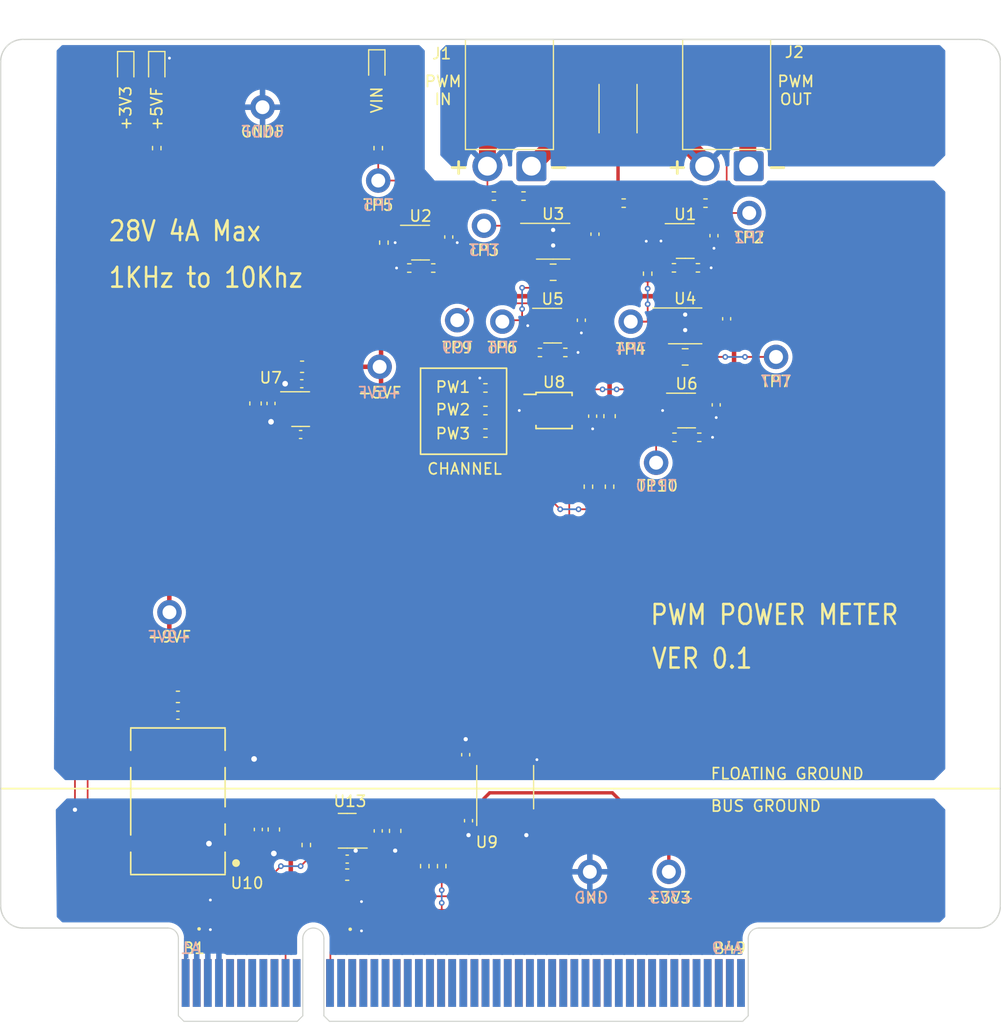
<source format=kicad_pcb>
(kicad_pcb (version 20221018) (generator pcbnew)
  (layers (0 "F.Cu" signal) (31 "B.Cu" signal) (34 "B.Paste" user) (35 "F.Paste" user) (36 "B.SilkS" user "B.Silkscreen") (37 "F.SilkS" user "F.Silkscreen") (38 "B.Mask" user) (39 "F.Mask" user) (44 "Edge.Cuts" user))
  (net 0 "")
  (net 1 "GND")
  (net 2 "+5V")
  (net 3 "+3V3")
  (net 4 "GNDF")
  (net 5 "Net-(U3-OUT)")
  (net 6 "+5VF")
  (net 7 "/9VF")
  (net 8 "Net-(U4-OUT)")
  (net 9 "Net-(U7-BP)")
  (net 10 "Net-(D1-A)")
  (net 11 "Net-(D2-K)")
  (net 12 "Net-(D3-A)")
  (net 14 "/PB7")
  (net 15 "/PB8")
  (net 19 "Net-(U8-AIN1)")
  (net 22 "Net-(U8-ADDR)")
  (net 24 "Net-(U8-AIN0)")
  (net 28 "Net-(U1--)")
  (net 29 "Net-(U1-+)")
  (net 32 "Net-(J2-Pin_1)")
  (net 112 "Net-(U2--)")
  (net 113 "Net-(U2-+)")
  (net 114 "Net-(R12-Pad2)")
  (net 115 "Net-(R11-Pad2)")
  (net 116 "Net-(U4-IN1)")
  (net 117 "Net-(U5--)")
  (net 118 "Net-(U6--)")
  (net 119 "Net-(U8-SCL)")
  (net 120 "Net-(U8-SDA)")
  (net 123 "unconnected-(U11-D2-Pad2)")
  (net 124 "unconnected-(U11-D3-Pad4)")
  (net 126 "unconnected-(U12-D3-Pad4)")
  (net 127 "unconnected-(U12-D4-Pad5)")
  (net 128 "/VIN+")
  (net 129 "Net-(J1-Pin_1)")
  (footprint "Resistor_SMD:R_0402_1005Metric" (layer "F.Cu") (at 26.67 -48.133 90)
    (fp_text reference "R22" hide)
    (fp_text value "1K8")
  )
  (footprint "Capacitor_SMD:C_0402_1005Metric" (layer "F.Cu") (at 12.192 -70.612 -90)
    (fp_text reference "C2" hide)
    (fp_text value "100n")
  )
  (footprint "Capacitor_SMD:C_0402_1005Metric" (layer "F.Cu") (at -4.953 -17.272 90)
    (fp_text reference "C20" hide)
    (fp_text value "100n")
  )
  (footprint "Resistor_SMD:R_0402_1005Metric" (layer "F.Cu") (at 10.795 -67.818)
    (fp_text reference "R7" hide)
    (fp_text value "50K")
  )
  (footprint "Package_TO_SOT_SMD:TSOT-23-6" (layer "F.Cu") (at 21.5435 -62.6305)
    (fp_text reference "U5")
    (fp_text value "OPA863SIDBVR")
  )
  (footprint "LED_SMD:LED_0603_1608Metric" (layer "F.Cu") (at 5.715 -85.979 -90)
    (fp_text reference "D2" hide)
    (fp_text value "RED")
  )
  (footprint "Resistor_SMD:R_0402_1005Metric" (layer "F.Cu") (at 30.099 -67.31 90)
    (fp_text reference "R12" hide)
    (fp_text value "0R")
  )
  (footprint "common:Test_Pad" (layer "F.Cu") (at 32.004 -13.462)
    (fp_text reference "TP12" hide)
    (fp_text value "TestPoint")
  )
  (footprint "heater:Converter_DCDC" (layer "F.Cu") (at -12.192 -19.812 180)
    (fp_text reference "U10")
    (fp_text value "B0509XT-1WR3")
  )
  (footprint "Capacitor_SMD:C_0402_1005Metric" (layer "F.Cu") (at 25.146 -54.483 -90)
    (fp_text reference "C13" hide)
    (fp_text value "100n")
  )
  (footprint "Package_TO_SOT_SMD:TSOT-23-6" (layer "F.Cu") (at 9.652 -70.104)
    (fp_text reference "U2")
    (fp_text value "OPA863SIDBVR")
  )
  (footprint "Package_TO_SOT_SMD:SOT-23-5" (layer "F.Cu") (at -1.143 -55.118)
    (fp_text reference "U7")
    (fp_text value "LP2985-5.0")
  )
  (footprint "Resistor_SMD:R_0402_1005Metric" (layer "F.Cu") (at 27.94 -73.66)
    (fp_text reference "R1" hide)
    (fp_text value "0R")
  )
  (footprint "Capacitor_SMD:C_0402_1005Metric" (layer "F.Cu") (at 24.13 -63.119 -90)
    (fp_text reference "C7" hide)
    (fp_text value "100n")
  )
  (footprint "Resistor_SMD:R_0402_1005Metric" (layer "F.Cu") (at 34.746 -52.578 180)
    (fp_text reference "R17" hide)
    (fp_text value "10K")
  )
  (footprint "Capacitor_SMD:C_0603_1608Metric" (layer "F.Cu") (at 26.67 -54.483 90)
    (fp_text reference "C12" hide)
    (fp_text value "10u")
  )
  (footprint "common:Test_Pad" (layer "F.Cu") (at 5.842 -75.692)
    (fp_text reference "TP5" hide)
    (fp_text value "TestPoint")
  )
  (footprint "Capacitor_SMD:C_0603_1608Metric" (layer "F.Cu") (at -1.016 -58.928)
    (fp_text reference "C9" hide)
    (fp_text value "10u")
  )
  (footprint "common:Test_Pad" (layer "F.Cu") (at 15.367 -71.628)
    (fp_text reference "TP3" hide)
    (fp_text value "TestPoint")
  )
  (footprint "common:Test_Pad" (layer "F.Cu") (at 17.018 -62.992)
    (fp_text reference "TP6" hide)
    (fp_text value "TestPoint")
  )
  (footprint "Package_TO_SOT_SMD:TSOT-23-6" (layer "F.Cu") (at 33.4815 -70.2505)
    (fp_text reference "U1")
    (fp_text value "OPA863SIDBVR")
  )
  (footprint "LED_SMD:LED_0603_1608Metric" (layer "F.Cu") (at -14.097 -85.8265 -90)
    (fp_text reference "D1" hide)
    (fp_text value "GRN")
  )
  (footprint "Capacitor_SMD:C_0402_1005Metric" (layer "F.Cu") (at 36.068 -70.7305 -90)
    (fp_text reference "C1" hide)
    (fp_text value "100n")
  )
  (footprint "Capacitor_SMD:C_0402_1005Metric" (layer "F.Cu") (at 37.211 -63.246 90)
    (fp_text reference "C4" hide)
    (fp_text value "100n")
  )
  (footprint "Capacitor_SMD:C_0603_1608Metric" (layer "F.Cu") (at 3.048 -13.208 180)
    (fp_text reference "C25" hide)
    (fp_text value "10u")
  )
  (footprint "Resistor_SMD:R_0402_1005Metric" (layer "F.Cu") (at 20.4005 -60.2175 180)
    (fp_text reference "R14" hide)
    (fp_text value "30K")
  )
  (footprint "Capacitor_SMD:C_0402_1005Metric" (layer "F.Cu") (at 36.27 -55.499 -90)
    (fp_text reference "C8" hide)
    (fp_text value "100n")
  )
  (footprint "Package_SO:MSOP-8_3x3mm_P0.65mm" (layer "F.Cu") (at 33.476 -62.611)
    (fp_text reference "U4")
    (fp_text value "LTC1968")
  )
  (footprint "Capacitor_SMD:C_0805_2012Metric" (layer "F.Cu") (at 33.476 -59.817)
    (fp_text reference "C6" hide)
    (fp_text value "2u2")
  )
  (footprint "common:PCIE_98_CARD" (layer "F.Cu") (at 0 0)
    (fp_text reference "J3" hide)
    (fp_text value "pcie_98")
    (fp_line (start -28.15 -10.4) (end -28.15 -86.4) (stroke (width 0.12)) (layer "Edge.Cuts"))
    (fp_line (start -26.15 -88.4) (end 59.85 -88.4) (stroke (width 0.12)) (layer "Edge.Cuts"))
    (fp_line (start -13.1 -8.4) (end -26.15 -8.4) (stroke (width 0.12)) (layer "Edge.Cuts"))
    (fp_line (start -12.15 -7.45) (end -12.15 -0.5) (stroke (width 0.1)) (layer "Edge.Cuts"))
    (fp_line (start -12.15 -0.5) (end -11.65 0) (stroke (width 0.1)) (layer "Edge.Cuts"))
    (fp_line (start -11.65 0) (end -1.45 0) (stroke (width 0.1)) (layer "Edge.Cuts"))
    (fp_line (start -0.95 -7.45) (end -0.95 -0.5) (stroke (width 0.1)) (layer "Edge.Cuts"))
    (fp_line (start -0.95 -0.5) (end -1.45 0) (stroke (width 0.1)) (layer "Edge.Cuts"))
    (fp_line (start 0.95 -7.45) (end 0.95 -0.5) (stroke (width 0.1)) (layer "Edge.Cuts"))
    (fp_line (start 0.95 -0.5) (end 1.45 0) (stroke (width 0.1)) (layer "Edge.Cuts"))
    (fp_line (start 1.45 0) (end 38.65 0) (stroke (width 0.1)) (layer "Edge.Cuts"))
    (fp_line (start 39.15 -7.45) (end 39.15 -0.5) (stroke (width 0.1)) (layer "Edge.Cuts"))
    (fp_line (start 39.15 -0.5) (end 38.65 0) (stroke (width 0.1)) (layer "Edge.Cuts"))
    (fp_line (start 59.85 -8.4) (end 40.1 -8.4) (stroke (width 0.12)) (layer "Edge.Cuts"))
    (fp_line (start 61.85 -86.4) (end 61.85 -10.4) (stroke (width 0.12)) (layer "Edge.Cuts"))
    (fp_arc (start -28.15 -86.4) (mid -27.564214 -87.814214) (end -26.15 -88.4) (stroke (width 0.12)) (layer "Edge.Cuts"))
    (fp_arc (start -26.15 -8.4) (mid -27.564214 -8.985786) (end -28.15 -10.4) (stroke (width 0.12)) (layer "Edge.Cuts"))
    (fp_arc (start -13.1 -8.4) (mid -12.428248 -8.121752) (end -12.15 -7.45) (stroke (width 0.1)) (layer "Edge.Cuts"))
    (fp_arc (start -0.95 -7.45) (mid 0 -8.4) (end 0.95 -7.45) (stroke (width 0.1)) (layer "Edge.Cuts"))
    (fp_arc (start 39.15 -7.45) (mid 39.428248 -8.121752) (end 40.1 -8.4) (stroke (width 0.1)) (layer "Edge.Cuts"))
    (fp_arc (start 59.85 -88.4) (mid 61.264214 -87.814214) (end 61.85 -86.4) (stroke (width 0.12)) (layer "Edge.Cuts"))
    (fp_arc (start 61.85 -10.4) (mid 61.264214 -8.985786) (end 59.85 -8.4) (stroke (width 0.12)) (layer "Edge.Cuts"))
  )
  (footprint "common:Test_Pad" (layer "F.Cu") (at 24.892 -13.462)
    (fp_text reference "TP13" hide)
    (fp_text value "TestPoint")
  )
  (footprint "Capacitor_SMD:C_0603_1608Metric" (layer "F.Cu") (at -12.192 -29.21 180)
    (fp_text reference "C16" hide)
    (fp_text value "10u 16V")
  )
  (footprint "Resistor_SMD:R_0402_1005Metric" (layer "F.Cu") (at 22.6865 -60.2175 180)
    (fp_text reference "R15" hide)
    (fp_text value "10K")
  )
  (footprint "Capacitor_SMD:C_0402_1005Metric" (layer "F.Cu") (at -1.143 -52.832)
    (fp_text reference "C11" hide)
    (fp_text value "10n")
  )
  (footprint "Resistor_SMD:R_0402_1005Metric" (layer "F.Cu") (at 34.6225 -67.8375 180)
    (fp_text reference "R10" hide)
    (fp_text value "1K")
  )
  (footprint "Resistor_SMD:R_0402_1005Metric" (layer "F.Cu") (at -14.097 -78.613 90)
    (fp_text reference "R5" hide)
    (fp_text value "5K1")
  )
  (footprint "Resistor_SMD:R_0402_1005Metric" (layer "F.Cu") (at 32.512 -52.578 180)
    (fp_text reference "R16" hide)
    (fp_text value "30K")
  )
  (footprint "common:Test_Pad" (layer "F.Cu") (at 30.861 -50.292)
    (fp_text reference "TP10" hide)
    (fp_text value "TestPoint")
  )
  (footprint "Resistor_SMD:R_2512_6332Metric" (layer "F.Cu") (at 27.432 -82.169 90)
    (fp_text reference "R2" hide)
    (fp_text value "0R025 50ppm")
  )
  (footprint "Capacitor_SMD:C_0402_1005Metric" (layer "F.Cu") (at 13.716 -24.003 90)
    (fp_text reference "C18" hide)
    (fp_text value "100n")
  )
  (footprint "Package_SO:TSSOP-10_3x3mm_P0.5mm" (layer "F.Cu") (at 21.6705 -54.991)
    (fp_text reference "U8")
    (fp_text value "ADS1115IDGS")
  )
  (footprint "Package_SO:MSOP-8_3x3mm_P0.65mm" (layer "F.Cu") (at 21.59 -70.231)
    (fp_text reference "U3")
    (fp_text value "LTC1968")
  )
  (footprint "Resistor_SMD:R_0402_1005Metric" (layer "F.Cu") (at 6.35 -70.106 90)
    (fp_text reference "R11" hide)
    (fp_text value "1M")
  )
  (footprint "Resistor_SMD:R_0402_1005Metric" (layer "F.Cu") (at -0.635 -15.875 -90)
    (fp_text reference "R25" hide)
    (fp_text value "3K3")
  )
  (footprint "Resistor_SMD:R_0402_1005Metric" (layer "F.Cu") (at 16.256 -74.295 180)
    (fp_text reference "R3" hide)
    (fp_text value "100k")
  )
  (footprint "Resistor_SMD:R_0402_1005Metric" (layer "F.Cu") (at 35.306 -73.66 180)
    (fp_text reference "R6" hide)
    (fp_text value "10K")
  )
  (footprint "Capacitor_SMD:C_0402_1005Metric" (layer "F.Cu") (at 25.3535 -70.866 90)
    (fp_text reference "C3" hide)
    (fp_text value "100n")
  )
  (footprint "Resistor_SMD:R_0402_1005Metric" (layer "F.Cu") (at 32.4635 -67.8375)
    (fp_text reference "R9" hide)
    (fp_text value "10K")
  )
  (footprint "LED_SMD:LED_0603_1608Metric" (layer "F.Cu") (at -16.891 -85.8265 -90)
    (fp_text reference "D3" hide)
    (fp_text value "GRN")
  )
  (footprint "common:Diodes_UDFN-10_1.0x2.5mm_P0.5mm" (layer "F.Cu") (at 4.334 -9.508 90)
    (fp_text reference "U11" hide)
    (fp_text value "ESD5344D-TP")
  )
  (footprint "common:Test_Pad" (layer "F.Cu") (at 28.575 -62.992)
    (fp_text reference "TP4" hide)
    (fp_text value "TestPoint")
  )
  (footprint "Capacitor_SMD:C_0402_1005Metric" (layer "F.Cu") (at -3.81 -55.626 90)
    (fp_text reference "C14" hide)
    (fp_text value "100n 16V")
  )
  (footprint "Capacitor_SMD:C_0402_1005Metric" (layer "F.Cu") (at 3.048 -14.605 180)
    (fp_text reference "C24" hide)
    (fp_text value "100n")
  )
  (footprint "common:Test_Pad" (layer "F.Cu") (at 39.243 -72.771)
    (fp_text reference "TP2" hide)
    (fp_text value "TestPoint")
  )
  (footprint "Resistor_SMD:R_0402_1005Metric" (layer "F.Cu") (at 24.765 -48.133 90)
    (fp_text reference "R21" hide)
    (fp_text value "1K8")
  )
  (footprint "Resistor_SMD:R_0402_1005Metric" (layer "F.Cu") (at 15.494 -54.991 180)
    (fp_text reference "R20" hide)
    (fp_text value "0R")
  )
  (footprint "Capacitor_SMD:C_0402_1005Metric" (layer "F.Cu") (at 13.97 -18.062 90)
    (fp_text reference "C19" hide)
    (fp_text value "100n")
  )
  (footprint "Resistor_SMD:R_0402_1005Metric" (layer "F.Cu") (at 11.557 -13.972 90)
    (fp_text reference "R24" hide)
    (fp_text value "1K8")
  )
  (footprint "Capacitor_SMD:C_0402_1005Metric" (layer "F.Cu") (at -1.044 -57.404)
    (fp_text reference "C10" hide)
    (fp_text value "100n")
  )
  (footprint "Capacitor_SMD:C_0603_1608Metric" (layer "F.Cu") (at -3.556 -17.272 90)
    (fp_text reference "C22" hide)
    (fp_text value "10u")
  )
  (footprint "common:Test_Pad" (layer "F.Cu") (at -4.572 -82.296)
    (fp_text reference "TP1" hide)
    (fp_text value "TestPoint")
  )
  (footprint "heater:SOT-23-3" (layer "F.Cu") (at 3.048 -17.158 180)
    (fp_text reference "U13")
    (fp_text value "XC6206P332MR")
  )
  (footprint "Capacitor_SMD:C_0402_1005Metric" (layer "F.Cu") (at 5.842 -17.145 90)
    (fp_text reference "C23" hide)
    (fp_text value "100n")
  )
  (footprint "Resistor_SMD:R_0402_1005Metric" (layer "F.Cu") (at 10.033 -13.972 90)
    (fp_text reference "R23" hide)
    (fp_text value "1K8")
  )
  (footprint "common:Diodes_UDFN-10_1.0x2.5mm_P0.5mm" (layer "F.Cu") (at -9.271 -9.542 90)
    (fp_text reference "U12" hide)
    (fp_text value "ESD5344D-TP")
  )
  (footprint "Package_TO_SOT_SMD:TSOT-23-6" (layer "F.Cu") (at 33.603 -54.991)
    (fp_text reference "U6")
    (fp_text value "OPA863SIDBVR")
  )
  (footprint "heater:JST_VH_2_CHINESE" (layer "F.Cu") (at 17.653 -76.987 180)
    (fp_text reference "J1")
    (fp_text value "Conn_01x02_Pin")
  )
  (footprint "Capacitor_SMD:C_0603_1608Metric" (layer "F.Cu") (at 7.366 -17.145 90)
    (fp_text reference "C21" hide)
    (fp_text value "10u")
  )
  (footprint "Resistor_SMD:R_0402_1005Metric" (layer "F.Cu") (at 15.494 -57.023 180)
    (fp_text reference "R19" hide)
    (fp_text value "0R")
  )
  (footprint "Resistor_SMD:R_0402_1005Metric" (layer "F.Cu") (at 5.842 -78.613 90)
    (fp_text reference "R13" hide)
    (fp_text value "5K1")
  )
  (footprint "common:Test_Pad" (layer "F.Cu") (at 5.969 -58.928)
    (fp_text reference "TP8" hide)
    (fp_text value "TestPoint")
  )
  (footprint "common:Test_Pad" (layer "F.Cu") (at 12.954 -63.119)
    (fp_text reference "TP9" hide)
    (fp_text value "TestPoint")
  )
  (footprint "common:Test_Pad" (layer "F.Cu") (at -12.954 -36.83)
    (fp_text reference "TP11" hide)
    (fp_text value "TestPoint")
  )
  (footprint "Resistor_SMD:R_0402_1005Metric" (layer "F.Cu") (at 15.494 -52.959 180)
    (fp_text reference "R18" hide)
    (fp_text value "0R")
  )
  (footprint "common:Test_Pad" (layer "F.Cu") (at 41.656 -59.817)
    (fp_text reference "TP7" hide)
    (fp_text value "TestPoint")
  )
  (footprint "Resistor_SMD:R_0402_1005Metric" (layer "F.Cu") (at 8.636 -67.818)
    (fp_text reference "R8" hide)
    (fp_text value "2K")
  )
  (footprint "heater:JST_VH_2_CHINESE" (layer "F.Cu") (at 37.211 -76.987 180)
    (fp_text reference "J2")
    (fp_text value "Conn_01x02_Pin")
  )
  (footprint "Capacitor_SMD:C_0402_1005Metric" (layer "F.Cu") (at -12.192 -27.559 180)
    (fp_text reference "C17" hide)
    (fp_text value "100n 16V")
  )
  (footprint "Capacitor_SMD:C_0805_2012Metric" (layer "F.Cu") (at 21.59 -67.437)
    (fp_text reference "C5" hide)
    (fp_text value "2u2")
  )
  (footprint "Package_SO:SOIC-8_3.9x4.9mm_P1.27mm" (layer "F.Cu") (at 17.272 -21.082 90)
    (fp_text reference "U9")
    (fp_text value "ISO1541")
  )
  (footprint "Capacitor_SMD:C_0603_1608Metric" (layer "F.Cu") (at -5.207 -55.626 90)
    (fp_text reference "C15" hide)
    (fp_text value "10u 16V")
  )
  (footprint "Resistor_SMD:R_0402_1005Metric" (layer "F.Cu") (at 18.923 -74.295)
    (fp_text reference "R4" hide)
    (fp_text value "3K3")
  )
  (gr_line (start -28.067 -20.955) (end 61.85 -20.955) (stroke (width 0.15)) (layer "F.SilkS"))
  (gr_rect (start 9.652 -58.801) (end 17.399 -51.054) (stroke (width 0.15)) (fill none) (layer "F.SilkS"))
  (gr_text "GNDF" (at -4.572 -79.502) (layer "B.SilkS") (effects (font (size 1 1)) (justify bottom mirror)))
  (gr_text "TP3" (at 15.367 -68.834) (layer "B.SilkS") (effects (font (size 1 1)) (justify bottom mirror)))
  (gr_text "+9VF" (at -12.954 -34.036) (layer "B.SilkS") (effects (font (size 1 1)) (justify bottom mirror)))
  (gr_text "+5VF" (at 5.969 -56.007) (layer "B.SilkS") (effects (font (size 1 1)) (justify bottom mirror)))
  (gr_text "GND" (at 25.019 -10.541) (layer "B.SilkS") (effects (font (size 1 1)) (justify bottom mirror)))
  (gr_text "TP4" (at 28.575 -59.944) (layer "B.SilkS") (effects (font (size 1 1)) (justify bottom mirror)))
  (gr_text "TP5" (at 5.842 -72.898) (layer "B.SilkS") (effects (font (size 1 1)) (justify bottom mirror)))
  (gr_text "TP7" (at 41.656 -57.023) (layer "B.SilkS") (effects (font (size 1 1)) (justify bottom mirror)))
  (gr_text "TO9" (at 12.954 -60.071) (layer "B.SilkS") (effects (font (size 1 1)) (justify bottom mirror)))
  (gr_text "TP10" (at 30.861 -47.625) (layer "B.SilkS") (effects (font (size 1 1)) (justify bottom mirror)))
  (gr_text "TP2" (at 39.243 -69.977) (layer "B.SilkS") (effects (font (size 1 1)) (justify bottom mirror)))
  (gr_text "+3V3" (at 32.258 -10.541) (layer "B.SilkS") (effects (font (size 1 1)) (justify bottom mirror)))
  (gr_text "TP6" (at 17.018 -60.071) (layer "B.SilkS") (effects (font (size 1 1)) (justify bottom mirror)))
  (gr_text "TP6" (at 17.018 -60.071) (layer "F.SilkS") (effects (font (size 1 1)) (justify bottom)))
  (gr_text "+" (at 32.766 -76.962) (layer "F.SilkS") (effects (font (size 1.4 1.5) (thickness 0.25) bold)))
  (gr_text "TP4" (at 28.575 -59.944) (layer "F.SilkS") (effects (font (size 1 1)) (justify bottom)))
  (gr_text "+" (at 13.081 -76.962) (layer "F.SilkS") (effects (font (size 1.4 1.5) (thickness 0.25) bold)))
  (gr_text "-" (at 41.783 -76.962) (layer "F.SilkS") (effects (font (size 1.4 1.5) (thickness 0.25) bold)))
  (gr_text "GND" (at 25.019 -10.541) (layer "F.SilkS") (effects (font (size 1 1)) (justify bottom)))
  (gr_text "PW1" (at 10.922 -56.515) (layer "F.SilkS") (effects (font (size 1 1)) (justify left bottom)))
  (gr_text "+5VF" (at 5.969 -56.007) (layer "F.SilkS") (effects (font (size 1 1)) (justify bottom)))
  (gr_text "TP3" (at 15.367 -68.834) (layer "F.SilkS") (effects (font (size 1 1)) (justify bottom)))
  (gr_text "PWM\nOUT" (at 43.434 -82.423) (layer "F.SilkS") (effects (font (size 1 1)) (justify bottom)))
  (gr_text "TP5" (at 5.842 -72.898) (layer "F.SilkS") (effects (font (size 1 1)) (justify bottom)))
  (gr_text "+3V3" (at -16.891 -80.1115 90) (layer "F.SilkS") (effects (font (size 1 1)) (justify left)))
  (gr_text "+3V3" (at 32.004 -10.541) (layer "F.SilkS") (effects (font (size 1 1)) (justify bottom)))
  (gr_text "TP7" (at 41.656 -57.023) (layer "F.SilkS") (effects (font (size 1 1)) (justify bottom)))
  (gr_text "VER 0.1" (at 30.353 -31.623) (layer "F.SilkS") (effects (font (size 1.778 1.524) (thickness 0.2286)) (justify left bottom)))
  (gr_text "+9VF" (at -12.954 -34.036) (layer "F.SilkS") (effects (font (size 1 1)) (justify bottom)))
  (gr_text "PWM POWER METER" (at 30.226 -35.56) (layer "F.SilkS") (effects (font (size 1.778 1.524) (thickness 0.2286)) (justify left bottom)))
  (gr_text "VIN" (at 5.715 -81.661 90) (layer "F.SilkS") (effects (font (size 1 1)) (justify left)))
  (gr_text "28V 4A Max" (at -18.542 -70.104) (layer "F.SilkS") (effects (font (size 1.778 1.524) (thickness 0.2286)) (justify left bottom)))
  (gr_text "PWM\nIN" (at 11.684 -82.423) (layer "F.SilkS") (effects (font (size 1 1)) (justify bottom)))
  (gr_text "+5VF" (at -14.097 -80.1115 90) (layer "F.SilkS") (effects (font (size 1 1)) (justify left)))
  (gr_text "PW2" (at 10.922 -54.483) (layer "F.SilkS") (effects (font (size 1 1)) (justify left bottom)))
  (gr_text "FLOATING GROUND" (at 35.687 -21.717) (layer "F.SilkS") (effects (font (size 1 1)) (justify left bottom)))
  (gr_text "BUS GROUND" (at 35.687 -18.796) (layer "F.SilkS") (effects (font (size 1 1)) (justify left bottom)))
  (gr_text "TP10" (at 30.988 -47.625) (layer "F.SilkS") (effects (font (size 1 1)) (justify bottom)))
  (gr_text "TP2" (at 39.243 -69.977) (layer "F.SilkS") (effects (font (size 1 1)) (justify bottom)))
  (gr_text "CHANNEL" (at 10.16 -49.149) (layer "F.SilkS") (effects (font (size 1 1)) (justify left bottom)))
  (gr_text "PW3" (at 10.922 -52.324) (layer "F.SilkS") (effects (font (size 1 1)) (justify left bottom)))
  (gr_text "GNDF" (at -4.572 -79.502) (layer "F.SilkS") (effects (font (size 1 1)) (justify bottom)))
  (gr_text "TP9" (at 12.954 -60.071) (layer "F.SilkS") (effects (font (size 1 1)) (justify bottom)))
  (gr_text "-" (at 22.098 -76.962) (layer "F.SilkS") (effects (font (size 1.4 1.5) (thickness 0.25) bold)))
  (gr_text "1KHz to 10Khz" (at -18.542 -65.913) (layer "F.SilkS") (effects (font (size 1.778 1.524) (thickness 0.2286)) (justify left bottom)))
  (segment (start 4.334 -9.508) (end 4.334 -8.144) (width 0.1524) (layer "F.Cu") (net 1))
  (segment (start -9.271 -9.542) (end -9.271 -8.382) (width 0.1524) (layer "F.Cu") (net 1))
  (segment (start 5.385 -16.208) (end 5.842 -16.665) (width 0.4064) (layer "F.Cu") (net 1))
  (segment (start -7.015 -16.129) (end -7.142 -16.002) (width 0.4064) (layer "F.Cu") (net 1))
  (segment (start -9.271 -9.542) (end -9.271 -10.795) (width 0.1524) (layer "F.Cu") (net 1))
  (segment (start -3.556 -16.497) (end -5.474 -16.497) (width 0.4064) (layer "F.Cu") (net 1))
  (segment (start -9.271 -8.382) (end -9.144 -8.255) (width 0.1524) (layer "F.Cu") (net 1))
  (segment (start 4.334 -9.508) (end 4.334 -10.779) (width 0.1524) (layer "F.Cu") (net 1))
  (segment (start 3.823 -13.208) (end 3.823 -16.129) (width 0.4064) (layer "F.Cu") (net 1))
  (segment (start -21.463 -82.042) (end -21.463 -19.05) (width 0.1524) (layer "F.Cu") (net 1))
  (segment (start -7.142 -16.002) (end -7.112 -16.002) (width 0.1524) (layer "F.Cu") (net 1))
  (segment (start -9.398 -16.002) (end -7.142 -16.002) (width 0.4064) (layer "F.Cu") (net 1))
  (segment (start -4.981 -16.764) (end -4.953 -16.792) (width 0.4064) (layer "F.Cu") (net 1))
  (segment (start -5.842 -16.129) (end -7.015 -16.129) (width 0.4064) (layer "F.Cu") (net 1))
  (segment (start -9.271 -10.795) (end -9.144 -10.922) (width 0.1524) (layer "F.Cu") (net 1))
  (segment (start 6.137 -16.37) (end 5.842 -16.665) (width 0.4064) (layer "F.Cu") (net 1))
  (segment (start 7.366 -16.37) (end 6.137 -16.37) (width 0.4064) (layer "F.Cu") (net 1))
  (segment (start -5.474 -16.497) (end -5.842 -16.129) (width 0.4064) (layer "F.Cu") (net 1))
  (segment (start 19.177 -18.607) (end 19.177 -16.764) (width 0.3048) (layer "F.Cu") (net 1))
  (segment (start 7.366 -16.37) (end 7.366 -15.367) (width 0.3048) (layer "F.Cu") (net 1))
  (segment (start -3.556 -16.497) (end -3.556 -15.113) (width 0.4064) (layer "F.Cu") (net 1))
  (segment (start -16.891 -86.614) (end -21.463 -82.042) (width 0.1524) (layer "F.Cu") (net 1))
  (segment (start 13.97 -17.582) (end 13.97 -16.792) (width 0.3048) (layer "F.Cu") (net 1))
  (segment (start 4.1855 -16.208) (end 5.385 -16.208) (width 0.4064) (layer "F.Cu") (net 1))
  (via (at 4.334 -10.779) (size 0.508) (drill 0.254) (layers "F.Cu" "B.Cu") (net 1))
  (via (at -9.271 -10.922) (size 0.508) (drill 0.254) (layers "F.Cu" "B.Cu") (net 1))
  (via (at 3.81 -15.367) (size 0.762) (drill 0.381) (layers "F.Cu" "B.Cu") (net 1))
  (via (at -9.398 -16.002) (size 1.016) (drill 0.508) (layers "F.Cu" "B.Cu") (net 1))
  (via (at -9.271 -8.255) (size 0.508) (drill 0.254) (layers "F.Cu" "B.Cu") (net 1))
  (via (at -3.556 -15.113) (size 1.016) (drill 0.508) (layers "F.Cu" "B.Cu") (net 1))
  (via (at -21.463 -19.05) (size 0.762) (drill 0.381) (layers "F.Cu" "B.Cu") (net 1))
  (via (at 13.97 -16.764) (size 0.762) (drill 0.381) (layers "F.Cu" "B.Cu") (net 1))
  (via (at 4.334 -8.144) (size 0.508) (drill 0.254) (layers "F.Cu" "B.Cu") (net 1))
  (via (at 7.366 -15.367) (size 0.762) (drill 0.381) (layers "F.Cu" "B.Cu") (net 1))
  (via (at 19.177 -16.764) (size 0.762) (drill 0.381) (layers "F.Cu" "B.Cu") (net 1))
  (segment (start -8.5 -3.45) (end -8.5 -7.5) (width 0.2794) (layer "B.Cu") (net 1))
  (segment (start -10.5 -3.45) (end -10.5 -7.5) (width 0.2794) (layer "B.Cu") (net 1))
  (segment (start -11.5 -3.45) (end -11.5 -7.5) (width 0.2794) (layer "B.Cu") (net 1))
  (segment (start -9.5 -3.45) (end -9.5 -7.5) (width 0.2794) (layer "B.Cu") (net 1))
  (segment (start 2.273 -13.208) (end 2.273 -15.761) (width 0.4064) (layer "F.Cu") (net 2))
  (segment (start -9.271 -7.366) (end -10.922 -7.366) (width 0.2794) (layer "F.Cu") (net 2))
  (segment (start -2.553 -18.047) (end -3.556 -18.047) (width 0.4064) (layer "F.Cu") (net 2))
  (segment (start -3.556 -18.047) (end -5.347 -18.047) (width 0.4064) (layer "F.Cu") (net 2))
  (segment (start -10.033 -11.176) (end -9.525 -11.684) (width 0.4064) (layer "F.Cu") (net 2))
  (segment (start -9.008 -7.366) (end -8.5 -6.858) (width 0.2794) (layer "F.Cu") (net 2))
  (segment (start 2.273 -15.761) (end 1.905 -16.129) (width 0.4064) (layer "F.Cu") (net 2))
  (segment (start -9.6012 -7.366) (end -9.008 -7.366) (width 0.2794) (layer "F.Cu") (net 2))
  (segment (start -9.5 -3.45) (end -9.5 -7.2648) (width 0.2794) (layer "F.Cu") (net 2))
  (segment (start -10.5 -7.366) (end -10.5 -3.45) (width 0.2794) (layer "F.Cu") (net 2))
  (segment (start 1.905 -16.129) (end 1.905 -17.1525) (width 0.4064) (layer "F.Cu") (net 2))
  (segment (start -2.032 -17.526) (end -2.553 -18.047) (width 0.4064) (layer "F.Cu") (net 2))
  (segment (start -11.5 -6.788) (end -11.5 -3.45) (width 0.2794) (layer "F.Cu") (net 2))
  (segment (start -9.5 -7.2648) (end -9.6012 -7.366) (width 0.2794) (layer "F.Cu") (net 2))
  (segment (start -10.033 -7.493) (end -10.033 -11.176) (width 0.4064) (layer "F.Cu") (net 2))
  (segment (start 0.749 -11.684) (end 2.273 -13.208) (width 0.4064) (layer "F.Cu") (net 2))
  (segment (start -5.347 -18.047) (end -5.842 -18.542) (width 0.4064) (layer "F.Cu") (net 2))
  (segment (start -2.032 -11.684) (end -2.032 -17.526) (width 0.4064) (layer "F.Cu") (net 2))
  (segment (start 1.905 -17.1525) (end 1.9105 -17.158) (width 0.4064) (layer "F.Cu") (net 2))
  (segment (start -10.922 -7.366) (end -11.5 -6.788) (width 0.2794) (layer "F.Cu") (net 2))
  (segment (start -8.5 -6.858) (end -8.5 -3.45) (width 0.2794) (layer "F.Cu") (net 2))
  (segment (start -9.525 -11.684) (end 0.749 -11.684) (width 0.4064) (layer "F.Cu") (net 2))
  (segment (start -5.842 -18.542) (end -7.142 -18.542) (width 0.4064) (layer "F.Cu") (net 2))
  (segment (start 4.1855 -18.108) (end 1.088 -18.108) (width 0.1524) (layer "F.Cu") (net 3))
  (segment (start 6.137 -17.92) (end 5.842 -17.625) (width 0.4064) (layer "F.Cu") (net 3))
  (segment (start 11.557 -14.482) (end 11.557 -18.542) (width 0.1524) (layer "F.Cu") (net 3))
  (segment (start 15.367 -18.607) (end 15.367 -20.066) (width 0.3048) (layer "F.Cu") (net 3))
  (segment (start 10.033 -14.482) (end 10.033 -18.542) (width 0.1524) (layer "F.Cu") (net 3))
  (segment (start 15.875 -20.574) (end 26.924 -20.574) (width 0.3048) (layer "F.Cu") (net 3))
  (segment (start 15.367 -18.542) (end 14.035 -18.542) (width 0.4064) (layer "F.Cu") (net 3))
  (segment (start 15.367 -20.066) (end 15.875 -20.574) (width 0.3048) (layer "F.Cu") (net 3))
  (segment (start 13.97 -18.542) (end 8.014 -18.542) (width 0.4064) (layer "F.Cu") (net 3))
  (segment (start 5.359 -18.108) (end 5.842 -17.625) (width 0.4064) (layer "F.Cu") (net 3))
  (segment (start 32.004 -15.494) (end 32.004 -13.589) (width 0.3048) (layer "F.Cu") (net 3))
  (segment (start 8.014 -18.542) (end 7.379 -17.907) (width 0.4064) (layer "F.Cu") (net 3))
  (segment (start 1.088 -18.108) (end -0.635 -16.385) (width 0.1524) (layer "F.Cu") (net 3))
  (segment (start 4.1855 -18.108) (end 5.359 -18.108) (width 0.4064) (layer "F.Cu") (net 3))
  (segment (start 7.366 -17.92) (end 6.137 -17.92) (width 0.4064) (layer "F.Cu") (net 3))
  (segment (start 26.924 -20.574) (end 32.004 -15.494) (width 0.3048) (layer "F.Cu") (net 3))
  (segment (start 20.64 -67.437) (end 21.59 -68.387) (width 0.1524) (layer "F.Cu") (net 4))
  (segment (start 23.7025 -71.206) (end 24.597 -71.206) (width 0.3048) (layer "F.Cu") (net 4))
  (segment (start 12.192 -70.132) (end 12.926 -70.132) (width 0.1524) (layer "F.Cu") (net 4))
  (segment (start 35.1325 -67.8375) (end 35.8945 -67.8375) (width 0.1524) (layer "F.Cu") (net 4))
  (segment (start -11.417 -29.21) (end -11.417 -27.854) (width 0.4064) (layer "F.Cu") (net 4))
  (segment (start 13.716 -24.483) (end 13.716 -25.4) (width 0.1524) (layer "F.Cu") (net 4))
  (segment (start 36.27 -55.019) (end 36.27 -54.356) (width 0.1524) (layer "F.Cu") (net 4))
  (segment (start -1.143 -53.312) (end -1.623 -52.832) (width 0.1524) (layer "F.Cu") (net 4))
  (segment (start 24.13 -62.639) (end 24.13 -61.976) (width 0.1524) (layer "F.Cu") (net 4))
  (segment (start 35.5885 -63.586) (end 36.535 -63.586) (width 0.3048) (layer "F.Cu") (net 4))
  (segment (start -1.524 -57.404) (end -2.54 -57.404) (width 0.4064) (layer "F.Cu") (net 4))
  (segment (start 8.5145 -70.104) (end 7.366 -70.104) (width 0.1524) (layer "F.Cu") (net 4))
  (segment (start 32.526 -59.817) (end 33.476 -60.767) (width 0.1524) (layer "F.Cu") (net 4))
  (segment (start 24.597 -71.206) (end 24.765 -71.374) (width 0.3048) (layer "F.Cu") (net 4))
  (segment (start 36.068 -70.231) (end 36.068 -69.469) (width 0.1524) (layer "F.Cu") (net 4))
  (segment (start 25.146 -53.721) (end 25.146 -53.34) (width 0.2286) (layer "F.Cu") (net 4))
  (segment (start 25.3255 -71.374) (end 25.3535 -71.346) (width 0.3048) (layer "F.Cu") (net 4))
  (segment (start 37.183 -63.754) (end 37.211 -63.726) (width 0.3048) (layer "F.Cu") (net 4))
  (segment (start 28.45 -73.66) (end 29.972 -72.138) (width 0.3048) (layer "F.Cu") (net 4))
  (segment (start -13.9955 -86.7155) (end -12.954 -86.7155) (width 0.1524) (layer "F.Cu") (net 4))
  (segment (start 36.703 -63.754) (end 37.183 -63.754) (width 0.3048) (layer "F.Cu") (net 4))
  (segment (start -1.143 -54.61) (end -1.143 -53.312) (width 0.1524) (layer "F.Cu") (net 4))
  (segment (start 14.984 -57.91) (end 14.986 -57.912) (width 0.1524) (layer "F.Cu") (net 4))
  (segment (start 19.304 -62.6305) (end 20.406 -62.6305) (width 0.4064) (layer "F.Cu") (net 4))
  (segment (start -11.417 -27.854) (end -11.712 -27.559) (width 0.4064) (layer "F.Cu") (net 4))
  (segment (start 19.4775 -69.906) (end 21.59 -69.906) (width 0.3048) (layer "F.Cu") (net 4))
  (segment (start 12.926 -70.132) (end 12.954 -70.104) (width 0.1524) (layer "F.Cu") (net 4))
  (segment (start -3.81 -55.146) (end -3.81 -53.975) (width 0.4064) (layer "F.Cu") (net 4))
  (segment (start 21.59 -73.152) (end 21.59 -71.247) (width 0.1524) (layer "F.Cu") (net 4))
  (segment (start -7.142 -23.622) (end -5.334 -23.622) (width 0.4064) (layer "F.Cu") (net 4))
  (segment (start 19.4775 -71.206) (end 21.59 -71.206) (width 0.3048) (layer "F.Cu") (net 4))
  (segment (start 29.972 -72.138) (end 29.972 -70.231) (width 0.3048) (layer "F.Cu") (net 4))
  (segment (start -3.782 -55.118) (end -3.81 -55.146) (width 0.4064) (layer "F.Cu") (net 4))
  (segment (start 25.146 -53.721) (end 26.657 -53.721) (width 0.2286) (layer "F.Cu") (net 4))
  (segment (start -7.142 -23.622) (end -8.763 -23.622) (width 0.4064) (layer "F.Cu") (net 4))
  (segment (start -11.684 -27.531) (end -11.712 -27.559) (width 0.4064) (layer "F.Cu") (net 4))
  (segment (start -1.524 -56.896) (end -1.143 -56.515) (width 0.4064) (layer "F.Cu") (net 4))
  (segment (start 25.146 -54.003) (end 25.146 -53.721) (width 0.2286) (layer "F.Cu") (net 4))
  (segment (start 21.59 -68.387) (end 21.59 -69.85) (width 0.1524) (layer "F.Cu") (net 4))
  (segment (start 31.3635 -63.586) (end 35.5885 -63.586) (width 0.3048) (layer "F.Cu") (net 4))
  (segment (start 36.535 -63.586) (end 36.703 -63.754) (width 0.3048) (layer "F.Cu") (net 4))
  (segment (start 20.128 -23.557) (end 20.127999 -23.556999) (width 0.1524) (layer "F.Cu") (net 4))
  (segment (start 7.493 -67.818) (end 8.126 -67.818) (width 0.1524) (layer "F.Cu") (net 4))
  (segment (start -1.651 -55.118) (end -1.143 -54.61) (width 0.1524) (layer "F.Cu") (net 4))
  (segment (start 20.447 -74.295) (end 21.59 -73.152) (width 0.1524) (layer "F.Cu") (net 4))
  (segment (start 33.476 -63.586) (end 33.476 -63.627) (width 0.1524) (layer "F.Cu") (net 4))
  (segment (start 19.433 -74.295) (end 20.447 -74.295) (width 0.1524) (layer "F.Cu") (net 4))
  (segment (start 31.3635 -62.286) (end 35.5885 -62.286) (width 0.3048) (layer "F.Cu") (net 4))
  (segment (start 24.765 -71.374) (end 25.3255 -71.374) (width 0.3048) (layer "F.Cu") (net 4))
  (segment (start 19.177 -23.557) (end 20.128 -23.557) (width 0.4064) (layer "F.Cu") (net 4))
  (segment (start 14.984 -57.023) (end 14.984 -57.91) (width 0.1524) (layer "F.Cu") (net 4))
  (segment (start -1.524 -57.404) (end -1.524 -56.896) (width 0.4064) (layer "F.Cu") (net 4))
  (segment (start 21.59 -71.206) (end 21.59 -69.906) (width 0.3048) (layer "F.Cu") (net 4))
  (segment (start -11.684 -26.543) (end -11.684 -27.531) (width 0.4064) (layer "F.Cu") (net 4))
  (segment (start 26.657 -53.721) (end 26.67 -53.708) (width 0.2286) (layer "F.Cu") (net 4))
  (segment (start 35.256 -52.578) (end 35.941 -52.578) (width 0.1524) (layer "F.Cu") (net 4))
  (segment (start 31.444 -54.991) (end 32.4655 -54.991) (width 0.4064) (layer "F.Cu") (net 4))
  (segment (start -1.791 -58.928) (end -1.791 -57.531) (width 0.4064) (layer "F.Cu") (net 4))
  (segment (start 21.59 -69.906) (end 23.7025 -69.906) (width 0.3048) (layer "F.Cu") (net 4))
  (segment (start 31.2966 -70.2505) (end 32.344 -70.2505) (width 0.4064) (layer "F.Cu") (net 4))
  (segment (start -2.2805 -55.118) (end -1.651 -55.118) (width 0.1524) (layer "F.Cu") (net 4))
  (segment (start -1.524 -55.118) (end -2.2805 -55.118) (width 0.4064) (layer "F.Cu") (net 4))
  (segment (start 21.59 -71.206) (end 23.7025 -71.206) (width 0.3048) (layer "F.Cu") (net 4))
  (segment (start -2.2805 -55.118) (end -3.782 -55.118) (width 0.4064) (layer "F.Cu") (net 4))
  (segment (start -4.105 -54.851) (end -3.81 -55.146) (width 0.4064) (layer "F.Cu") (net 4))
  (segment (start -8.763 -23.622) (end -11.684 -26.543) (width 0.4064) (layer "F.Cu") (net 4))
  (segment (start -14.097 -86.614) (end -13.9955 -86.7155) (width 0.1524) (layer "F.Cu") (net 4))
  (segment (start -1.143 -56.515) (end -1.143 -55.499) (width 0.4064) (layer "F.Cu") (net 4))
  (segment (start 19.5205 -54.991) (end 18.542 -54.991) (width 0.2286) (layer "F.Cu") (net 4))
  (segment (start -1.143 -55.499) (end -1.524 -55.118) (width 0.4064) (layer "F.Cu") (net 4))
  (segment (start 33.476 -63.627) (end 33.476 -62.23) (width 0.3048) (layer "F.Cu") (net 4))
  (segment (start 23.1965 -60.2175) (end 23.8295 -60.2175) (width 0.1524) (layer "F.Cu") (net 4))
  (segment (start -5.207 -54.851) (end -4.105 -54.851) (width 0.4064) (layer "F.Cu") (net 4))
  (segment (start 33.476 -60.767) (end 33.476 -62.23) (width 0.1524) (layer "F.Cu") (net 4))
  (via (at 23.8295 -60.2175) (size 0.508) (drill 0.254) (layers "F.Cu" "B.Cu") (net 4))
  (via (at 19.304 -62.6305) (size 0.508) (drill 0.254) (layers "F.Cu" "B.Cu") (net 4))
  (via (at 35.814 -67.8375) (size 0.508) (drill 0.254) (layers "F.Cu" "B.Cu") (net 4))
  (via (at 12.954 -70.104) (size 0.508) (drill 0.254) (layers "F.Cu" "B.Cu") (net 4))
  (via (at 18.542 -54.991) (size 0.508) (drill 0.254) (layers "F.Cu" "B.Cu") (net 4))
  (via (at 20.127999 -23.556999) (size 0.508) (drill 0.254) (layers "F.Cu" "B.Cu") (net 4))
  (via (at 33.476 -62.23) (size 0.762) (drill 0.381) (layers "F.Cu" "B.Cu") (net 4))
  (via (at -3.81 -53.975) (size 1.016) (drill 0.508) (layers "F.Cu" "B.Cu") (net 4))
  (via (at 25.146 -53.34) (size 0.508) (drill 0.254) (layers "F.Cu" "B.Cu") (net 4))
  (via (at 36.068 -69.596) (size 0.508) (drill 0.254) (layers "F.Cu" "B.Cu") (net 4))
  (via (at 31.2966 -70.2505) (size 0.508) (drill 0.254) (layers "F.Cu" "B.Cu") (net 4))
  (via (at 13.716 -25.4) (size 0.762) (drill 0.381) (layers "F.Cu" "B.Cu") (net 4))
  (via (at -12.954 -86.7155) (size 0.508) (drill 0.254) (layers "F.Cu" "B.Cu") (net 4))
  (via (at -5.334 -23.622) (size 1.016) (drill 0.508) (layers "F.Cu" "B.Cu") (net 4))
  (via (at 21.59 -69.85) (size 0.762) (drill 0.381) (layers "F.Cu" "B.Cu") (net 4))
  (via (at 29.972 -70.231) (size 0.508) (drill 0.254) (layers "F.Cu" "B.Cu") (net 4))
  (via (at 36.27 -54.356) (size 0.508) (drill 0.254) (layers "F.Cu" "B.Cu") (net 4))
  (via (at 7.366 -70.104) (size 0.508) (drill 0.254) (layers "F.Cu" "B.Cu") (net 4))
  (via (at 33.476 -63.627) (size 0.762) (drill 0.381) (layers "F.Cu" "B.Cu") (net 4))
  (via (at 24.13 -61.976) (size 0.508) (drill 0.254) (layers "F.Cu" "B.Cu") (net 4))
  (via (at 31.444 -54.991) (size 0.508) (drill 0.254) (layers "F.Cu" "B.Cu") (net 4))
  (via (at 21.59 -71.247) (size 0.762) (drill 0.381) (layers "F.Cu" "B.Cu") (net 4))
  (via (at -2.54 -57.404) (size 1.016) (drill 0.508) (layers "F.Cu" "B.Cu") (net 4))
  (via (at 7.493 -67.818) (size 0.508) (drill 0.254) (layers "F.Cu" "B.Cu") (net 4))
  (via (at 35.941 -52.578) (size 0.508) (drill 0.254) (layers "F.Cu" "B.Cu") (net 4))
  (via (at 14.986 -57.912) (size 0.508) (drill 0.254) (layers "F.Cu" "B.Cu") (net 4))
  (segment (start 19.2185 -61.6805) (end 18.796 -62.103) (width 0.1524) (layer "F.Cu") (net 5))
  (segment (start 21.458 -66.04) (end 18.796 -66.04) (width 0.1524) (layer "F.Cu") (net 5))
  (segment (start 17.018 -62.992) (end 17.145 -63.119) (width 0.1524) (layer "F.Cu") (net 5))
  (segment (start 18.796 -63.627) (end 18.796 -64.135) (width 0.1524) (layer "F.Cu") (net 5))
  (segment (start 22.54 -67.437) (end 23.368 -67.437) (width 0.1524) (layer "F.Cu") (net 5))
  (segment (start 22.4935 -67.0755) (end 21.458 -66.04) (width 0.1524) (layer "F.Cu") (net 5))
  (segment (start 17.145 -63.119) (end 18.796 -63.119) (width 0.1524) (layer "F.Cu") (net 5))
  (segment (start 23.7025 -67.7715) (end 23.7025 -69.256) (width 0.1524) (layer "F.Cu") (net 5))
  (segment (start 18.796 -62.103) (end 18.796 -63.119) (width 0.1524) (layer "F.Cu") (net 5))
  (segment (start 18.796 -63.119) (end 18.796 -63.627) (width 0.1524) (layer "F.Cu") (net 5))
  (segment (start 23.368 -67.437) (end 23.7025 -67.7715) (width 0.1524) (layer "F.Cu") (net 5))
  (segment (start 20.406 -61.6805) (end 19.2185 -61.6805) (width 0.1524) (layer "F.Cu") (net 5))
  (via (at 18.796 -66.04) (size 0.508) (drill 0.254) (layers "F.Cu" "B.Cu") (net 5))
  (via (at 18.796 -64.135) (size 0.508) (drill 0.254) (layers "F.Cu" "B.Cu") (net 5))
  (segment (start 18.796 -66.04) (end 18.796 -64.135) (width 0.1524) (layer "B.Cu") (net 5))
  (segment (start 35.5885 -62.936) (end 36.505 -62.936) (width 0.3048) (layer "F.Cu") (net 6))
  (segment (start 10.16 -68.58) (end 10.543 -68.58) (width 0.1524) (layer "F.Cu") (net 6))
  (segment (start 4.318 -85.217) (end 3.302 -84.201) (width 0.1524) (layer "F.Cu") (net 6))
  (segment (start 25.118 -54.991) (end 25.146 -54.963) (width 0.2286) (layer "F.Cu") (net 6))
  (segment (start 6.096 -61.595) (end 6.096 -58.928) (width 0.4064) (layer "F.Cu") (net 6))
  (segment (start 13.716 -23.523) (end 15.333 -23.523) (width 0.4064) (layer "F.Cu") (net 6))
  (segment (start 3.3 -78.103) (end 3.302 -78.105) (width 0.1524) (layer "F.Cu") (net 6))
  (segment (start 5.715 -85.1915) (end 5.6895 -85.217) (width 0.1524) (layer "F.Cu") (net 6))
  (segment (start 3.302 -78.105) (end 3.302 -77.343) (width 0.1524) (layer "F.Cu") (net 6))
  (segment (start -14.097 -78.103) (end 3.3 -78.103) (width 0.1524) (layer "F.Cu") (net 6))
  (segment (start 26.67 -55.258) (end 26.67 -65.278) (width 0.4064) (layer "F.Cu") (net 6))
  (segment (start 36.232 -55.941) (end 36.27 -55.979) (width 0.4064) (layer "F.Cu") (net 6))
  (segment (start 26.67 -48.643) (end 24.765 -48.643) (width 0.1524) (layer "F.Cu") (net 6))
  (segment (start 24.567 -70.556) (end 24.765 -70.358) (width 0.4064) (layer "F.Cu") (net 6))
  (segment (start 26.683 -55.245) (end 27.686 -55.245) (width 0.1524) (layer "F.Cu") (net 6))
  (segment (start 10.543 -68.58) (end 11.3685 -67.7545) (width 0.1524) (layer "F.Cu") (net 6))
  (segment (start 14.984 -54.991) (end 6.096 -54.991) (width 0.1524) (layer "F.Cu") (net 6))
  (segment (start 10.7895 -71.054) (end 10.7895 -70.104) (width 0.1524) (layer "F.Cu") (net 6))
  (segment (start 5.6895 -85.217) (end 4.318 -85.217) (width 0.1524) (layer "F.Cu") (net 6))
  (segment (start 6.096 -29.845) (end 12.418 -23.523) (width 0.4064) (layer "F.Cu") (net 6))
  (segment (start 24.765 -70.358) (end 25.3255 -70.358) (width 0.4064) (layer "F.Cu") (net 6))
  (segment (start 36.703 -62.738) (end 37.183 -62.738) (width 0.3048) (layer "F.Cu") (net 6))
  (segment (start -0.241 -57.727) (end -0.564 -57.404) (width 0.4064) (layer "F.Cu") (net 6))
  (segment (start 37.8766 -70.5814) (end 37.8766 -62.738) (width 0.4064) (layer "F.Cu") (net 6))
  (segment (start 11.305 -65.28) (end 11.303 -65.278) (width 0.4064) (layer "F.Cu") (net 6))
  (segment (start 23.7025 -70.556) (end 24.567 -70.556) (width 0.4064) (layer "F.Cu") (net 6))
  (segment (start 26.67 -65.278) (end 37.8766 -65.278) (width 0.4064) (layer "F.Cu") (net 6))
  (segment (start 12.418 -23.523) (end 13.716 -23.523) (width 0.4064) (layer "F.Cu") (net 6))
  (segment (start 24.13 -63.599) (end 24.13 -65.278) (width 0.4064) (layer "F.Cu") (net 6))
  (segment (start 9.8984 -69.8424) (end 9.8984 -68.8416) (width 0.1524) (layer "F.Cu") (net 6))
  (segment (start 34.619 -71.2005) (end 36.058 -71.2005) (width 0.4064) (layer "F.Cu") (net 6))
  (segment (start 3.302 -84.201) (end 3.302 -78.105) (width 0.1524) (layer "F.Cu") (net 6))
  (segment (start 27.18 -48.643) (end 26.67 -48.643) (width 0.1524) (layer "F.Cu") (net 6))
  (segment (start 34.619 -70.2505) (end 34.619 -71.2005) (width 0.1524) (layer "F.Cu") (net 6))
  (segment (start 6.096 -58.928) (end 6.096 -54.991) (width 0.4064) (layer "F.Cu") (net 6))
  (segment (start 25.3535 -65.3245) (end 25.4 -65.278) (width 0.4064) (layer "F.Cu") (net 6))
  (segment (start 34.7405 -55.941) (end 36.232 -55.941) (width 0.4064) (layer "F.Cu") (net 6))
  (segment (start 37.8486 -62.766) (end 37.8766 -62.738) (width 0.3048) (layer "F.Cu") (net 6))
  (segment (start -0.0055 -56.068) (end -0.0055 -56.8455) (width 0.4064) (layer "F.Cu") (net 6))
  (segment (start 9.779 -65.278) (end 6.096 -61.595) (width 0.4064) (layer "F.Cu") (net 6))
  (segment (start 27.94 -49.403) (end 27.18 -48.643) (width 0.1524) (layer "F.Cu") (net 6))
  (segment (start 27.94 -54.991) (end 27.94 -49.403) (width 0.1524) (layer "F.Cu") (net 6))
  (segment (start 25.441 -55.258) (end 25.146 -54.963) (width 0.2286) (layer "F.Cu") (net 6))
  (segment (start 3.302 -77.343) (end 3.302 -58.928) (width 0.1524) (layer "F.Cu") (net 6))
  (segment (start 37.8766 -57.5856) (end 36.27 -55.979) (width 0.4064) (layer "F.Cu") (net 6))
  (segment (start 36.058 -71.2005) (end 36.068 -71.2105) (width 0.4064) (layer "F.Cu") (net 6))
  (segment (start -0.241 -58.928) (end -0.241 -57.727) (width 0.4064) (layer "F.Cu") (net 6))
  (segment (start 10.7895 -71.054) (end 12.182 -71.054) (width 0.1524) (layer "F.Cu") (net 6))
  (segment (start 34.7405 -54.991) (end 34.7405 -55.941) (width 0.1524) (layer "F.Cu") (net 6))
  (segment (start 23.8205 -54.991) (end 25.118 -54.991) (width 0.2286) (layer "F.Cu") (net 6))
  (segment (start -0.0055 -56.8455) (end -0.564 -57.404) (width 0.4064) (layer "F.Cu") (net 6))
  (segment (start 10.16 -70.104) (end 9.8984 -69.8424) (width 0.1524) (layer "F.Cu") (net 6))
  (segment (start 22.681 -63.5805) (end 24.1115 -63.5805) (width 0.4064) (layer "F.Cu") (net 6))
  (segment (start -0.241 -58.928) (end 3.302 -58.928) (width 0.4064) (layer "F.Cu") (net 6))
  (segment (start 24.1115 -63.5805) (end 24.13 -63.599) (width 0.4064) (layer "F.Cu") (net 6))
  (segment (start 25.3255 -70.358) (end 25.3535 -70.386) (width 0.4064) (layer "F.Cu") (net 6))
  (segment (start 36.505 -62.936) (end 36.703 -62.738) (width 0.3048) (layer "F.Cu") (net 6))
  (segment (start 25.3535 -70.386) (end 25.3535 -65.3245) (width 0.4064) (layer "F.Cu") (net 6))
  (segment (start 3.302 -58.928) (end 6.096 -58.928) (width 0.4064) (layer "F.Cu") (net 6))
  (segment (start 37.183 -62.738) (end 37.211 -62.766) (width 0.3048) (layer "F.Cu") (net 6))
  (segment (start 24.13 -65.278) (end 9.779 -65.278) (width 0.4064) (layer "F.Cu") (net 6))
  (segment (start 10.7895 -70.104) (end 10.16 -70.104) (width 0.1524) (layer "F.Cu") (net 6))
  (segment (start 26.67 -55.258) (end 26.683 -55.245) (width 0.1524) (layer "F.Cu") (net 6))
  (segment (start 15.333 -23.523) (end 15.367 -23.557) (width 0.4064) (layer "F.Cu") (net 6))
  (segment (start 27.686 -55.245) (end 27.94 -54.991) (width 0.1524) (layer "F.Cu") (net 6))
  (segment (start 24.13 -65.278) (end 25.4 -65.278) (width 0.4064) (layer "F.Cu") (net 6))
  (segment (start 25.4 -65.278) (end 26.67 -65.278) (width 0.4064) (layer "F.Cu") (net 6))
  (segment (start 6.096 -54.991) (end 6.096 -29.845) (width 0.4064) (layer "F.Cu") (net 6))
  (segment (start 26.67 -55.258) (end 25.441 -55.258) (width 0.2286) (layer "F.Cu") (net 6))
  (segment (start 9.8984 -68.8416) (end 10.16 -68.58) (width 0.1524) (layer "F.Cu") (net 6))
  (segment (start 22.681 -62.6305) (end 22.681 -63.5805) (width 0.1524) (layer "F.Cu") (net 6))
  (segment (start 36.068 -71.2105) (end 37.2475 -71.2105) (width 0.4064) (layer "F.Cu") (net 6))
  (segment (start 11.305 -67.818) (end 11.305 -65.28) (width 0.4064) (layer "F.Cu") (net 6))
  (segment (start 37.211 -62.766) (end 37.8486 -62.766) (width 0.3048) (layer "F.Cu") (net 6))
  (segment (start 37.2475 -71.2105) (end 37.8766 -70.5814) (width 0.4064) (layer "F.Cu") (net 6))
  (segment (start 37.8766 -62.738) (end 37.8766 -57.5856) (width 0.4064) (layer "F.Cu") (net 6))
  (segment (start -5.207 -56.401) (end -7.353 -56.401) (width 0.4064) (layer "F.Cu") (net 7))
  (segment (start -15.494 -23.622) (end -12.7 -26.416) (width 0.4064) (layer "F.Cu") (net 7))
  (segment (start -12.967 -50.787) (end -12.967 -29.21) (width 0.4064) (layer "F.Cu") (net 7))
  (segment (start -2.2805 -54.168) (end -2.2805 -53.5995) (width 0.1524) (layer "F.Cu") (net 7))
  (segment (start -17.242 -23.622) (end -15.494 -23.622) (width 0.4064) (layer "F.Cu") (net 7))
  (segment (start -7.353 -56.401) (end -12.967 -50.787) (width 0.4064) (layer "F.Cu") (net 7))
  (segment (start -5.08 -53.213) (end -6.096 -54.229) (width 0.1524) (layer "F.Cu") (net 7))
  (segment (start -12.967 -27.854) (end -12.672 -27.559) (width 0.4064) (layer "F.Cu") (net 7))
  (segment (start -2.667 -53.213) (end -5.08 -53.213) (width 0.1524) (layer "F.Cu") (net 7))
  (segment (start -12.7 -26.416) (end -12.7 -27.531) (width 0.4064) (layer "F.Cu") (net 7))
  (segment (start -3.772 -56.068) (end -3.81 -56.106) (width 0.4064) (layer "F.Cu") (net 7))
  (segment (start -12.7 -27.531) (end -12.672 -27.559) (width 0.4064) (layer "F.Cu") (net 7))
  (segment (start -12.967 -29.21) (end -12.967 -27.854) (width 0.4064) (layer "F.Cu") (net 7))
  (segment (start -6.096 -54.229) (end -6.096 -56.401) (width 0.1524) (layer "F.Cu") (net 7))
  (segment (start -2.2805 -53.5995) (end -2.667 -53.213) (width 0.1524) (layer "F.Cu") (net 7))
  (segment (start -5.207 -56.401) (end -4.105 -56.401) (width 0.4064) (layer "F.Cu") (net 7))
  (segment (start -4.105 -56.401) (end -3.81 -56.106) (width 0.4064) (layer "F.Cu") (net 7))
  (segment (start -2.2805 -56.068) (end -3.772 -56.068) (width 0.4064) (layer "F.Cu") (net 7))
  (segment (start 35.56 -61.6075) (end 35.56 -59.817) (width 0.1524) (layer "F.Cu") (net 8))
  (segment (start 34.426 -59.817) (end 35.56 -59.817) (width 0.1524) (layer "F.Cu") (net 8))
  (segment (start 33.73 -55.057579) (end 33.73 -58.74) (width 0.1524) (layer "F.Cu") (net 8))
  (segment (start 32.713421 -54.041) (end 33.73 -55.057579) (width 0.1524) (layer "F.Cu") (net 8))
  (segment (start 35.5885 -61.636) (end 35.56 -61.6075) (width 0.1524) (layer "F.Cu") (net 8))
  (segment (start 33.73 -58.74) (end 34.426 -59.436) (width 0.1524) (layer "F.Cu") (net 8))
  (segment (start 35.56 -59.817) (end 37.084 -59.817) (width 0.1524) (layer "F.Cu") (net 8))
  (segment (start 32.4655 -54.041) (end 32.713421 -54.041) (width 0.1524) (layer "F.Cu") (net 8))
  (segment (start 41.656 -59.817) (end 38.862 -59.817) (width 0.1524) (layer "F.Cu") (net 8))
  (via (at 38.862 -59.817) (size 0.508) (drill 0.254) (layers "F.Cu" "B.Cu") (net 8))
  (via (at 37.084 -59.817) (size 0.508) (drill 0.254) (layers "F.Cu" "B.Cu") (net 8))
  (segment (start 38.862 -59.817) (end 37.084 -59.817) (width 0.1524) (layer "B.Cu") (net 8))
  (segment (start -0.0055 -54.168) (end -0.0055 -53.4895) (width 0.1524) (layer "F.Cu") (net 9))
  (segment (start -0.0055 -53.4895) (end -0.663 -52.832) (width 0.1524) (layer "F.Cu") (net 9))
  (segment (start -14.097 -79.123) (end -14.097 -85.039) (width 0.1524) (layer "F.Cu") (net 10))
  (segment (start 5.715 -86.7665) (end 6.4186 -86.0629) (width 0.1524) (layer "F.Cu") (net 11))
  (segment (start 6.4186 -79.6996) (end 5.842 -79.123) (width 0.1524) (layer "F.Cu") (net 11))
  (segment (start 6.4186 -86.0629) (end 6.4186 -79.6996) (width 0.1524) (layer "F.Cu") (net 11))
  (segment (start -16.942 -85.039) (end -20.32 -81.661) (width 0.1524) (layer "F.Cu") (net 12))
  (segment (start -18.542 -12.446) (end -4.445 -12.446) (width 0.1524) (layer "F.Cu") (net 12))
  (segment (start -0.635 -15.365) (end -0.635 -14.478) (width 0.1524) (layer "F.Cu") (net 12))
  (segment (start -4.445 -12.446) (end -2.921 -13.97) (width 0.1524) (layer "F.Cu") (net 12))
  (segment (start -0.635 -14.478) (end -1.143 -13.97) (width 0.1524) (layer "F.Cu") (net 12))
  (segment (start -16.891 -85.039) (end -16.942 -85.039) (width 0.1524) (layer "F.Cu") (net 12))
  (segment (start -20.32 -14.224) (end -18.542 -12.446) (width 0.1524) (layer "F.Cu") (net 12))
  (segment (start -20.32 -81.661) (end -20.32 -14.224) (width 0.1524) (layer "F.Cu") (net 12))
  (via (at -2.921 -13.97) (size 0.508) (drill 0.254) (layers "F.Cu" "B.Cu") (net 12))
  (via (at -1.143 -13.97) (size 0.508) (drill 0.254) (layers "F.Cu" "B.Cu") (net 12))
  (segment (start -2.921 -13.97) (end -1.143 -13.97) (width 0.1524) (layer "B.Cu") (net 12))
  (segment (start 12.2771 -11.2611) (end 16.637 -15.621) (width 0.1524) (layer "F.Cu") (net 14))
  (segment (start 3.334 -10.033) (end 3.334 -10.6104) (width 0.1524) (layer "F.Cu") (net 14))
  (segment (start 3.284 -9.033) (end 3.334 -8.983) (width 0.1524) (layer "F.Cu") (net 14))
  (segment (start -1.254 -9.033) (end 3.284 -9.033) (width 0.1524) (layer "F.Cu") (net 14))
  (segment (start -2.5 -3.45) (end -2.5 -7.787) (width 0.1524) (layer "F.Cu") (net 14))
  (segment (start 3.334 -10.033) (end 3.334 -8.983) (width 0.1524) (layer "F.Cu") (net 14))
  (segment (start 3.9847 -11.2611) (end 10.033 -11.2611) (width 0.1524) (layer "F.Cu") (net 14))
  (segment (start 16.637 -15.621) (end 16.637 -18.607) (width 0.1524) (layer "F.Cu") (net 14))
  (segment (start -2.5 -7.787) (end -1.254 -9.033) (width 0.1524) (layer "F.Cu") (net 14))
  (segment (start 3.334 -10.6104) (end 3.9847 -11.2611) (width 0.1524) (layer "F.Cu") (net 14))
  (segment (start 10.033 -13.462) (end 10.033 -11.2611) (width 0.1524) (layer "F.Cu") (net 14))
  (segment (start 10.033 -11.2611) (end 12.2771 -11.2611) (width 0.1524) (layer "F.Cu") (net 14))
  (segment (start 5.334 -8.001) (end 4.318 -6.985) (width 0.1524) (layer "F.Cu") (net 15))
  (segment (start 11.557 -13.462) (end 11.557 -11.811) (width 0.1524) (layer "F.Cu") (net 15))
  (segment (start 1.5342 -6.2332) (end 1.5342 -3.45) (width 0.1524) (layer "F.Cu") (net 15))
  (segment (start 2.286 -6.985) (end 1.5342 -6.2332) (width 0.1524) (layer "F.Cu") (net 15))
  (segment (start 11.557 -10.033) (end 12.827 -10.033) (width 0.1524) (layer "F.Cu") (net 15))
  (segment (start 17.907 -15.113) (end 17.907 -18.607) (width 0.1524) (layer "F.Cu") (net 15))
  (segment (start 12.827 -10.033) (end 17.907 -15.113) (width 0.1524) (layer "F.Cu") (net 15))
  (segment (start 4.318 -6.985) (end 2.286 -6.985) (width 0.1524) (layer "F.Cu") (net 15))
  (segment (start 5.334 -10.033) (end 11.557 -10.033) (width 0.1524) (layer "F.Cu") (net 15))
  (segment (start 11.557 -10.668) (end 11.557 -10.033) (width 0.1524) (layer "F.Cu") (net 15))
  (segment (start 5.334 -8.983) (end 5.334 -8.001) (width 0.1524) (layer "F.Cu") (net 15))
  (segment (start 5.334 -10.033) (end 5.334 -8.983) (width 0.1524) (layer "F.Cu") (net 15))
  (via (at 11.557 -11.811) (size 0.508) (drill 0.254) (layers "F.Cu" "B.Cu") (net 15))
  (via (at 11.557 -10.668) (size 0.508) (drill 0.254) (layers "F.Cu" "B.Cu") (net 15))
  (segment (start 11.557 -11.811) (end 11.557 -10.668) (width 0.1524) (layer "B.Cu") (net 15))
  (segment (start 32.002 -52.578) (end 30.861 -52.578) (width 0.1524) (layer "F.Cu") (net 19))
  (segment (start 21.59 -56.134) (end 22.352 -56.896) (width 0.1524) (layer "F.Cu") (net 19))
  (segment (start 30.48 -56.896) (end 30.861 -56.515) (width 0.1524) (layer "F.Cu") (net 19))
  (segment (start 32.4655 -55.941) (end 30.861 -55.941) (width 0.1524) (layer "F.Cu") (net 19))
  (segment (start 30.861 -56.515) (end 30.861 -55.941) (width 0.1524) (layer "F.Cu") (net 19))
  (segment (start 30.861 -55.941) (end 30.861 -52.578) (width 0.1524) (layer "F.Cu") (net 19))
  (segment (start 22.352 -56.896) (end 26.035 -56.896) (width 0.1524) (layer "F.Cu") (net 19))
  (segment (start 30.861 -52.578) (end 30.861 -50.546) (width 0.1524) (layer "F.Cu") (net 19))
  (segment (start 21.59 -54.737) (end 21.59 -56.134) (width 0.1524) (layer "F.Cu") (net 19))
  (segment (start 27.305 -56.896) (end 30.48 -56.896) (width 0.1524) (layer "F.Cu") (net 19))
  (segment (start 19.5205 -53.991) (end 20.844 -53.991) (width 0.1524) (layer "F.Cu") (net 19))
  (segment (start 20.844 -53.991) (end 21.59 -54.737) (width 0.1524) (layer "F.Cu") (net 19))
  (via (at 27.305 -56.896) (size 0.508) (drill 0.254) (layers "F.Cu" "B.Cu") (net 19))
  (via (at 26.035 -56.896) (size 0.508) (drill 0.254) (layers "F.Cu" "B.Cu") (net 19))
  (segment (start 26.035 -56.896) (end 27.305 -56.896) (width 0.1524) (layer "B.Cu") (net 19))
  (segment (start 16.02 -55.991) (end 16.004 -56.007) (width 0.1524) (layer "F.Cu") (net 22))
  (segment (start 16.004 -57.023) (end 16.004 -56.007) (width 0.1524) (layer "F.Cu") (net 22))
  (segment (start 16.004 -54.991) (end 16.004 -52.959) (width 0.1524) (layer "F.Cu") (net 22))
  (segment (start 19.5205 -55.991) (end 16.02 -55.991) (width 0.1524) (layer "F.Cu") (net 22))
  (segment (start 16.004 -56.007) (end 16.004 -54.991) (width 0.1524) (layer "F.Cu") (net 22))
  (segment (start 20.701 -54.864) (end 20.328 -54.491) (width 0.1524) (layer "F.Cu") (net 24))
  (segment (start 19.812 -64.643) (end 14.478 -64.643) (width 0.1524) (layer "F.Cu") (net 24))
  (segment (start 21.463 -63.119) (end 21.0015 -63.5805) (width 0.1524) (layer "F.Cu") (net 24))
  (segment (start 20.955 -60.96) (end 21.463 -61.468) (width 0.1524) (layer "F.Cu") (net 24))
  (segment (start 19.8905 -60.2175) (end 19.8905 -60.6575) (width 0.1524) (layer "F.Cu") (net 24))
  (segment (start 20.193 -60.96) (end 20.955 -60.96) (width 0.1524) (layer "F.Cu") (net 24))
  (segment (start 20.406 -64.049) (end 19.812 -64.643) (width 0.1524) (layer "F.Cu") (net 24))
  (segment (start 20.701 -57.785) (end 20.701 -54.864) (width 0.1524) (layer "F.Cu") (net 24))
  (segment (start 19.8905 -60.2175) (end 19.8905 -58.5955) (width 0.1524) (layer "F.Cu") (net 24))
  (segment (start 21.0015 -63.5805) (end 20.406 -63.5805) (width 0.1524) (layer "F.Cu") (net 24))
  (segment (start 21.463 -61.468) (end 21.463 -63.119) (width 0.1524) (layer "F.Cu") (net 24))
  (segment (start 20.406 -63.5805) (end 20.406 -64.049) (width 0.1524) (layer "F.Cu") (net 24))
  (segment (start 20.328 -54.491) (end 19.5205 -54.491) (width 0.1524) (layer "F.Cu") (net 24))
  (segment (start 19.8905 -58.5955) (end 20.701 -57.785) (width 0.1524) (layer "F.Cu") (net 24))
  (segment (start 19.8905 -60.6575) (end 20.193 -60.96) (width 0.1524) (layer "F.Cu") (net 24))
  (segment (start 14.478 -64.643) (end 12.954 -63.119) (width 0.1524) (layer "F.Cu") (net 24))
  (segment (start 33.528 -67.8375) (end 33.528 -68.961) (width 0.1524) (layer "F.Cu") (net 28))
  (segment (start 33.528 -68.961) (end 33.782 -69.215) (width 0.1524) (layer "F.Cu") (net 28))
  (segment (start 33.782 -69.215) (end 34.5335 -69.215) (width 0.1524) (layer "F.Cu") (net 28))
  (segment (start 34.5335 -69.215) (end 34.619 -69.3005) (width 0.1524) (layer "F.Cu") (net 28))
  (segment (start 33.528 -67.8375) (end 32.9735 -67.8375) (width 0.1524) (layer "F.Cu") (net 28))
  (segment (start 34.1125 -67.8375) (end 33.528 -67.8375) (width 0.1524) (layer "F.Cu") (net 28))
  (segment (start 33.528 -72.392) (end 34.796 -73.66) (width 0.1524) (layer "F.Cu") (net 29))
  (segment (start 32.344 -69.3005) (end 32.9125 -69.3005) (width 0.1524) (layer "F.Cu") (net 29))
  (segment (start 32.9125 -69.3005) (end 33.528 -69.916) (width 0.1524) (layer "F.Cu") (net 29))
  (segment (start 33.528 -69.916) (end 33.528 -72.392) (width 0.1524) (layer "F.Cu") (net 29))
  (segment (start 37.211 -73.279) (end 37.719 -72.771) (width 0.1524) (layer "F.Cu") (net 32))
  (segment (start 34.671 -85.09) (end 39.116 -80.645) (width 1.524) (layer "F.Cu") (net 32))
  (segment (start 37.719 -72.771) (end 39.243 -72.771) (width 0.1524) (layer "F.Cu") (net 32))
  (segment (start 27.432 -84.074) (end 28.321 -83.185) (width 0.1524) (layer "F.Cu") (net 32))
  (segment (start 37.211 -73.66) (end 37.211 -73.279) (width 0.1524) (layer "F.Cu") (net 32))
  (segment (start 32.639 -83.185) (end 37.211 -78.613) (width 0.1524) (layer "F.Cu") (net 32))
  (segment (start 27.4735 -85.09) (end 34.671 -85.09) (width 1.524) (layer "F.Cu") (net 32))
  (segment (start 28.321 -83.185) (end 32.639 -83.185) (width 0.1524) (layer "F.Cu") (net 32))
  (segment (start 39.116 -80.645) (end 39.116 -77.062) (width 1.524) (layer "F.Cu") (net 32))
  (segment (start 37.211 -78.613) (end 37.211 -73.66) (width 0.1524) (layer "F.Cu") (net 32))
  (segment (start 27.432 -85.1315) (end 27.432 -84.074) (width 0.1524) (layer "F.Cu") (net 32))
  (segment (start 39.116 -77.062) (end 39.191 -76.987) (width 1.524) (layer "F.Cu") (net 32))
  (segment (start 35.816 -73.66) (end 37.211 -73.66) (width 0.1524) (layer "F.Cu") (net 32))
  (segment (start 17.526 -70.104) (end 17.526 -70.556) (width 0.1524) (layer "F.Cu") (net 112))
  (segment (start 17.526 -74.295) (end 17.526 -71.755) (width 0.1524) (layer "F.Cu") (net 112))
  (segment (start 17.399 -71.628) (end 17.526 -71.755) (width 0.1524) (layer "F.Cu") (net 112))
  (segment (start 17.526 -71.755) (end 17.526 -70.556) (width 0.1524) (layer "F.Cu") (net 112))
  (segment (start 10.7895 -69.154) (end 16.576 -69.154) (width 0.1524) (layer "F.Cu") (net 112))
  (segment (start 19.4775 -70.556) (end 17.526 -70.556) (width 0.1524) (layer "F.Cu") (net 112))
  (segment (start 15.367 -71.628) (end 17.399 -71.628) (width 0.1524) (layer "F.Cu") (net 112))
  (segment (start 16.766 -74.295) (end 17.526 -74.295) (width 0.1524) (layer "F.Cu") (net 112))
  (segment (start 16.576 -69.154) (end 17.526 -70.104) (width 0.1524) (layer "F.Cu") (net 112))
  (segment (start 17.526 -74.295) (end 18.413 -74.295) (width 0.1524) (layer "F.Cu") (net 112))
  (segment (start 6.35 -69.596) (end 6.792 -69.154) (width 0.1524) (layer "F.Cu") (net 113))
  (segment (start 9.146 -67.818) (end 10.285 -67.818) (width 0.1524) (layer "F.Cu") (net 113))
  (segment (start 9.146 -67.691) (end 9.146 -68.5225) (width 0.1524) (layer "F.Cu") (net 113))
  (segment (start 9.146 -68.5225) (end 8.5145 -69.154) (width 0.1524) (layer "F.Cu") (net 113))
  (segment (start 6.792 -69.154) (end 8.5145 -69.154) (width 0.1524) (layer "F.Cu") (net 113))
  (segment (start 31.9535 -67.8375) (end 30.861 -67.8375) (width 0.1524) (layer "F.Cu") (net 114))
  (segment (start 30.8145 -67.884) (end 30.861 -67.8375) (width 0.1524) (layer "F.Cu") (net 114))
  (segment (start 30.1165 -67.8375) (end 30.099 -67.82) (width 0.1524) (layer "F.Cu") (net 114))
  (segment (start 32.344 -71.2005) (end 31.2565 -71.2005) (width 0.1524) (layer "F.Cu") (net 114))
  (segment (start 31.2565 -71.2005) (end 30.8145 -70.7585) (width 0.1524) (layer "F.Cu") (net 114))
  (segment (start 30.861 -67.8375) (end 30.1165 -67.8375) (width 0.1524) (layer "F.Cu") (net 114))
  (segment (start 30.8145 -70.7585) (end 30.8145 -67.884) (width 0.1524) (layer "F.Cu") (net 114))
  (segment (start 6.788 -71.054) (end 6.35 -70.616) (width 0.1524) (layer "F.Cu") (net 115))
  (segment (start 8.5145 -74.9245) (end 7.747 -75.692) (width 0.1524) (layer "F.Cu") (net 115))
  (segment (start 8.5145 -71.054) (end 6.788 -71.054) (width 0.1524) (layer "F.Cu") (net 115))
  (segment (start 7.747 -75.692) (end 5.842 -75.692) (width 0.1524) (layer "F.Cu") (net 115))
  (segment (start 5.842 -78.103) (end 5.842 -75.692) (width 0.1524) (layer "F.Cu") (net 115))
  (segment (start 8.5145 -71.054) (end 8.5145 -74.9245) (width 0.1524) (layer "F.Cu") (net 115))
  (segment (start 30.099 -62.992) (end 30.099 -64.5668) (width 0.1524) (layer "F.Cu") (net 116))
  (segment (start 29.718 -62.992) (end 30.099 -62.992) (width 0.1524) (layer "F.Cu") (net 116))
  (segment (start 31.3075 -62.992) (end 29.718 -62.992) (width 0.1524) (layer "F.Cu") (net 116))
  (segment (start 30.099 -66.8) (end 30.099 -65.963798) (width 0.1524) (layer "F.Cu") (net 116))
  (segment (start 31.3635 -62.936) (end 31.3075 -62.992) (width 0.1524) (layer "F.Cu") (net 116))
  (segment (start 29.718 -62.992) (end 28.575 -62.992) (width 0.1524) (layer "F.Cu") (net 116))
  (via (at 30.099 -65.963798) (size 0.508) (drill 0.254) (layers "F.Cu" "B.Cu") (net 116))
  (via (at 30.099 -64.5668) (size 0.508) (drill 0.254) (layers "F.Cu" "B.Cu") (net 116))
  (segment (start 30.099 -64.5668) (end 30.099 -65.963798) (width 0.1524) (layer "B.Cu") (net 116))
  (segment (start 22.5595 -61.559) (end 22.681 -61.6805) (width 0.1524) (layer "F.Cu") (net 117))
  (segment (start 20.7835 -60.2175) (end 21.59 -60.2175) (width 0.1524) (layer "F.Cu") (net 117))
  (segment (start 22.1765 -60.2175) (end 22.1765 -60.7845) (width 0.1524) (layer "F.Cu") (net 117))
  (segment (start 21.59 -60.2175) (end 22.1765 -60.2175) (width 0.1524) (layer "F.Cu") (net 117))
  (segment (start 22.606 -61.6055) (end 22.681 -61.6805) (width 0.1524) (layer "F.Cu") (net 117))
  (segment (start 22.1765 -60.7845) (end 22.606 -61.214) (width 0.1524) (layer "F.Cu") (net 117))
  (segment (start 22.5955 -61.595) (end 22.681 -61.6805) (width 0.1524) (layer "F.Cu") (net 117))
  (segment (start 22.606 -61.214) (end 22.606 -61.6055) (width 0.1524) (layer "F.Cu") (net 117))
  (segment (start 34.236 -52.578) (end 34.236 -53.159) (width 0.1524) (layer "F.Cu") (net 118))
  (segment (start 34.236 -52.578) (end 33.655 -52.578) (width 0.1524) (layer "F.Cu") (net 118))
  (segment (start 34.7405 -53.6635) (end 34.7405 -54.041) (width 0.1524) (layer "F.Cu") (net 118))
  (segment (start 34.236 -53.159) (end 34.7405 -53.6635) (width 0.1524) (layer "F.Cu") (net 118))
  (segment (start 33.655 -52.578) (end 33.226 -52.578) (width 0.1524) (layer "F.Cu") (net 118))
  (segment (start 21.59 -52.07) (end 22.225 -52.07) (width 0.1524) (layer "F.Cu") (net 119))
  (segment (start 17.907 -25.654) (end 17.907 -23.557) (width 0.1524) (layer "F.Cu") (net 119))
  (segment (start 14.986 -52.451) (end 14.986 -52.957) (width 0.1524) (layer "F.Cu") (net 119))
  (segment (start 23.8205 -55.991) (end 22.844 -55.991) (width 0.1524) (layer "F.Cu") (net 119))
  (segment (start 21.59 -52.07) (end 15.367 -52.07) (width 0.1524) (layer "F.Cu") (net 119))
  (segment (start 21.59 -52.07) (end 21.59 -46.736) (width 0.1524) (layer "F.Cu") (net 119))
  (segment (start 21.59 -46.736) (end 22.225 -46.101) (width 0.1524) (layer "F.Cu") (net 119))
  (segment (start 22.844 -55.991) (end 22.479 -55.626) (width 0.1524) (layer "F.Cu") (net 119))
  (segment (start 14.986 -52.957) (end 14.984 -52.959) (width 0.1524) (layer "F.Cu") (net 119))
  (segment (start 26.67 -34.417) (end 17.907 -25.654) (width 0.1524) (layer "F.Cu") (net 119))
  (segment (start 22.225 -52.07) (end 22.479 -52.324) (width 0.1524) (layer "F.Cu") (net 119))
  (segment (start 15.367 -52.07) (end 14.986 -52.451) (width 0.1524) (layer "F.Cu") (net 119))
  (segment (start 23.876 -46.101) (end 26.67 -46.101) (width 0.1524) (layer "F.Cu") (net 119))
  (segment (start 26.67 -47.623) (end 26.67 -34.417) (width 0.1524) (layer "F.Cu") (net 119))
  (segment (start 22.479 -55.626) (end 22.479 -52.324) (width 0.1524) (layer "F.Cu") (net 119))
  (via (at 22.225 -46.101) (size 0.508) (drill 0.254) (layers "F.Cu" "B.Cu") (net 119))
  (via (at 23.876 -46.101) (size 0.508) (drill 0.254) (layers "F.Cu" "B.Cu") (net 119))
  (segment (start 22.225 -46.101) (end 23.876 -46.101) (width 0.1524) (layer "B.Cu") (net 119))
  (segment (start 16.637 -29.464) (end 23.0419 -35.8689) (width 0.1524) (layer "F.Cu") (net 120))
  (segment (start 23.8205 -55.491) (end 23.1883 -55.491) (width 0.1524) (layer "F.Cu") (net 120))
  (segment (start 16.637 -23.557) (end 16.637 -29.464) (width 0.1524) (layer "F.Cu") (net 120))
  (segment (start 23.0419 -35.8689) (end 23.0419 -44.831) (width 0.1524) (layer "F.Cu") (net 120))
  (segment (start 24.765 -47.623) (end 23.0419 -47.623) (width 0.1524) (layer "F.Cu") (net 120))
  (segment (start 23.1883 -55.491) (end 23.0419 -55.3446) (width 0.1524) (layer "F.Cu") (net 120))
  (segment (start 23.0419 -55.3446) (end 23.0419 -44.7491) (width 0.1524) (layer "F.Cu") (net 120))
  (segment (start 3.834 -10.033) (end 3.834 -8.983) (width 0.1524) (layer "F.Cu") (net 123))
  (segment (start 4.834 -10.033) (end 4.834 -8.983) (width 0.1524) (layer "F.Cu") (net 124))
  (segment (start -8.771 -10.067) (end -8.771 -9.017) (width 0.1524) (layer "F.Cu") (net 126))
  (segment (start -8.271 -10.067) (end -8.271 -9.017) (width 0.1524) (layer "F.Cu") (net 127))
  (segment (start 18.288 -81.407) (end 31.19392 -81.407) (width 1.524) (layer "F.Cu") (net 128))
  (segment (start 15.871 -74.295) (end 15.673 -74.493) (width 0.1524) (layer "F.Cu") (net 128))
  (segment (start 31.19392 -81.407) (end 35.42246 -77.17846) (width 1.524) (layer "F.Cu") (net 128))
  (segment (start 15.673 -76.987) (end 15.673 -78.792) (width 1.524) (layer "F.Cu") (net 128))
  (segment (start 15.673 -78.792) (end 18.288 -81.407) (width 1.524) (layer "F.Cu") (net 128))
  (segment (start 15.673 -74.493) (end 15.673 -76.987) (width 0.1524) (layer "F.Cu") (net 128))
  (segment (start 21.894 -79.248) (end 27.3905 -79.248) (width 1.524) (layer "F.Cu") (net 129))
  (segment (start 27.3905 -79.248) (end 27.432 -79.2065) (width 1.524) (layer "F.Cu") (net 129))
  (segment (start 27.432 -79.2065) (end 27.432 -73.662) (width 0.3048) (layer "F.Cu") (net 129))
  (segment (start 19.633 -76.987) (end 21.894 -79.248) (width 1.524) (layer "F.Cu") (net 129))
  (segment (start 27.432 -73.662) (end 27.43 -73.66) (width 0.1524) (layer "F.Cu") (net 129))
  (zone (net 1) (net_name "GND") (layer "B.Cu") (priority 2) (connect_pads (clearance 0.381)) (min_thickness 0.25) (fill yes (thermal_gap 0.5) (thermal_bridge_width 0.5) (smoothing chamfer) (radius 1))
    (polygon (pts (xy -23.197554 -20.066) (xy 56.896 -20.066) (xy 56.896 -5.588) (xy -23.070554 -5.588)))
  )
  (zone (net 4) (net_name "GNDF") (layer "B.Cu") (priority 1) (connect_pads (clearance 0.381)) (min_thickness 0.25) (fill yes (thermal_gap 0.5) (thermal_bridge_width 0.5) (smoothing chamfer) (radius 1))
    (polygon (pts (xy -23.355433 -21.716301) (xy 56.896 -21.716301) (xy 56.896 -75.692) (xy 10.922 -75.692) (xy 10.033 -76.708) (xy 10.033 -91.948) (xy -23.097061 -91.821)))
  )
  (zone (net 128) (net_name "/VIN+") (layer "B.Cu") (priority 3) (connect_pads (clearance 0.381)) (min_thickness 0.25) (fill yes (thermal_gap 0.5) (thermal_bridge_width 0.5) (smoothing chamfer) (radius 1) (island_removal_mode 1) (island_area_min 10))
    (polygon (pts (xy 56.896 -91.821) (xy 56.896 -76.962) (xy 11.43 -76.962) (xy 11.43 -91.821)))
  )
)
</source>
